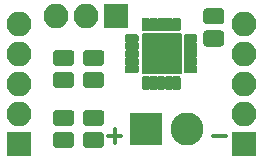
<source format=gbr>
G04 #@! TF.GenerationSoftware,KiCad,Pcbnew,5.0.0*
G04 #@! TF.CreationDate,2018-10-11T21:07:35-04:00*
G04 #@! TF.ProjectId,I2C_Thermocouple,4932435F546865726D6F636F75706C65,rev?*
G04 #@! TF.SameCoordinates,Original*
G04 #@! TF.FileFunction,Soldermask,Top*
G04 #@! TF.FilePolarity,Negative*
%FSLAX46Y46*%
G04 Gerber Fmt 4.6, Leading zero omitted, Abs format (unit mm)*
G04 Created by KiCad (PCBNEW 5.0.0) date Thu Oct 11 21:07:35 2018*
%MOMM*%
%LPD*%
G01*
G04 APERTURE LIST*
%ADD10C,0.300000*%
%ADD11C,0.150000*%
%ADD12C,0.100000*%
%ADD13C,0.700000*%
%ADD14O,2.100000X2.100000*%
%ADD15R,2.100000X2.100000*%
%ADD16C,1.375000*%
%ADD17R,2.800000X2.800000*%
%ADD18C,2.800000*%
G04 APERTURE END LIST*
D10*
X190436571Y-90785142D02*
X191579428Y-90785142D01*
X191008000Y-91356571D02*
X191008000Y-90213714D01*
X199326571Y-90785142D02*
X200469428Y-90785142D01*
D11*
G36*
X193421000Y-82169000D02*
X196596000Y-82169000D01*
X196596000Y-85471000D01*
X193421000Y-85471000D01*
X193421000Y-82169000D01*
G37*
X193421000Y-82169000D02*
X196596000Y-82169000D01*
X196596000Y-85471000D01*
X193421000Y-85471000D01*
X193421000Y-82169000D01*
D12*
G04 #@! TO.C,U1*
G36*
X192887153Y-84770843D02*
X192904141Y-84773363D01*
X192920800Y-84777535D01*
X192936970Y-84783321D01*
X192952494Y-84790664D01*
X192967225Y-84799493D01*
X192981019Y-84809723D01*
X192993744Y-84821256D01*
X193005277Y-84833981D01*
X193015507Y-84847775D01*
X193024336Y-84862506D01*
X193031679Y-84878030D01*
X193037465Y-84894200D01*
X193041637Y-84910859D01*
X193044157Y-84927847D01*
X193045000Y-84945000D01*
X193045000Y-85295000D01*
X193044157Y-85312153D01*
X193041637Y-85329141D01*
X193037465Y-85345800D01*
X193031679Y-85361970D01*
X193024336Y-85377494D01*
X193015507Y-85392225D01*
X193005277Y-85406019D01*
X192993744Y-85418744D01*
X192981019Y-85430277D01*
X192967225Y-85440507D01*
X192952494Y-85449336D01*
X192936970Y-85456679D01*
X192920800Y-85462465D01*
X192904141Y-85466637D01*
X192887153Y-85469157D01*
X192870000Y-85470000D01*
X192070000Y-85470000D01*
X192052847Y-85469157D01*
X192035859Y-85466637D01*
X192019200Y-85462465D01*
X192003030Y-85456679D01*
X191987506Y-85449336D01*
X191972775Y-85440507D01*
X191958981Y-85430277D01*
X191946256Y-85418744D01*
X191934723Y-85406019D01*
X191924493Y-85392225D01*
X191915664Y-85377494D01*
X191908321Y-85361970D01*
X191902535Y-85345800D01*
X191898363Y-85329141D01*
X191895843Y-85312153D01*
X191895000Y-85295000D01*
X191895000Y-84945000D01*
X191895843Y-84927847D01*
X191898363Y-84910859D01*
X191902535Y-84894200D01*
X191908321Y-84878030D01*
X191915664Y-84862506D01*
X191924493Y-84847775D01*
X191934723Y-84833981D01*
X191946256Y-84821256D01*
X191958981Y-84809723D01*
X191972775Y-84799493D01*
X191987506Y-84790664D01*
X192003030Y-84783321D01*
X192019200Y-84777535D01*
X192035859Y-84773363D01*
X192052847Y-84770843D01*
X192070000Y-84770000D01*
X192870000Y-84770000D01*
X192887153Y-84770843D01*
X192887153Y-84770843D01*
G37*
D13*
X192470000Y-85120000D03*
D12*
G36*
X192887153Y-84120843D02*
X192904141Y-84123363D01*
X192920800Y-84127535D01*
X192936970Y-84133321D01*
X192952494Y-84140664D01*
X192967225Y-84149493D01*
X192981019Y-84159723D01*
X192993744Y-84171256D01*
X193005277Y-84183981D01*
X193015507Y-84197775D01*
X193024336Y-84212506D01*
X193031679Y-84228030D01*
X193037465Y-84244200D01*
X193041637Y-84260859D01*
X193044157Y-84277847D01*
X193045000Y-84295000D01*
X193045000Y-84645000D01*
X193044157Y-84662153D01*
X193041637Y-84679141D01*
X193037465Y-84695800D01*
X193031679Y-84711970D01*
X193024336Y-84727494D01*
X193015507Y-84742225D01*
X193005277Y-84756019D01*
X192993744Y-84768744D01*
X192981019Y-84780277D01*
X192967225Y-84790507D01*
X192952494Y-84799336D01*
X192936970Y-84806679D01*
X192920800Y-84812465D01*
X192904141Y-84816637D01*
X192887153Y-84819157D01*
X192870000Y-84820000D01*
X192070000Y-84820000D01*
X192052847Y-84819157D01*
X192035859Y-84816637D01*
X192019200Y-84812465D01*
X192003030Y-84806679D01*
X191987506Y-84799336D01*
X191972775Y-84790507D01*
X191958981Y-84780277D01*
X191946256Y-84768744D01*
X191934723Y-84756019D01*
X191924493Y-84742225D01*
X191915664Y-84727494D01*
X191908321Y-84711970D01*
X191902535Y-84695800D01*
X191898363Y-84679141D01*
X191895843Y-84662153D01*
X191895000Y-84645000D01*
X191895000Y-84295000D01*
X191895843Y-84277847D01*
X191898363Y-84260859D01*
X191902535Y-84244200D01*
X191908321Y-84228030D01*
X191915664Y-84212506D01*
X191924493Y-84197775D01*
X191934723Y-84183981D01*
X191946256Y-84171256D01*
X191958981Y-84159723D01*
X191972775Y-84149493D01*
X191987506Y-84140664D01*
X192003030Y-84133321D01*
X192019200Y-84127535D01*
X192035859Y-84123363D01*
X192052847Y-84120843D01*
X192070000Y-84120000D01*
X192870000Y-84120000D01*
X192887153Y-84120843D01*
X192887153Y-84120843D01*
G37*
D13*
X192470000Y-84470000D03*
D12*
G36*
X192887153Y-83470843D02*
X192904141Y-83473363D01*
X192920800Y-83477535D01*
X192936970Y-83483321D01*
X192952494Y-83490664D01*
X192967225Y-83499493D01*
X192981019Y-83509723D01*
X192993744Y-83521256D01*
X193005277Y-83533981D01*
X193015507Y-83547775D01*
X193024336Y-83562506D01*
X193031679Y-83578030D01*
X193037465Y-83594200D01*
X193041637Y-83610859D01*
X193044157Y-83627847D01*
X193045000Y-83645000D01*
X193045000Y-83995000D01*
X193044157Y-84012153D01*
X193041637Y-84029141D01*
X193037465Y-84045800D01*
X193031679Y-84061970D01*
X193024336Y-84077494D01*
X193015507Y-84092225D01*
X193005277Y-84106019D01*
X192993744Y-84118744D01*
X192981019Y-84130277D01*
X192967225Y-84140507D01*
X192952494Y-84149336D01*
X192936970Y-84156679D01*
X192920800Y-84162465D01*
X192904141Y-84166637D01*
X192887153Y-84169157D01*
X192870000Y-84170000D01*
X192070000Y-84170000D01*
X192052847Y-84169157D01*
X192035859Y-84166637D01*
X192019200Y-84162465D01*
X192003030Y-84156679D01*
X191987506Y-84149336D01*
X191972775Y-84140507D01*
X191958981Y-84130277D01*
X191946256Y-84118744D01*
X191934723Y-84106019D01*
X191924493Y-84092225D01*
X191915664Y-84077494D01*
X191908321Y-84061970D01*
X191902535Y-84045800D01*
X191898363Y-84029141D01*
X191895843Y-84012153D01*
X191895000Y-83995000D01*
X191895000Y-83645000D01*
X191895843Y-83627847D01*
X191898363Y-83610859D01*
X191902535Y-83594200D01*
X191908321Y-83578030D01*
X191915664Y-83562506D01*
X191924493Y-83547775D01*
X191934723Y-83533981D01*
X191946256Y-83521256D01*
X191958981Y-83509723D01*
X191972775Y-83499493D01*
X191987506Y-83490664D01*
X192003030Y-83483321D01*
X192019200Y-83477535D01*
X192035859Y-83473363D01*
X192052847Y-83470843D01*
X192070000Y-83470000D01*
X192870000Y-83470000D01*
X192887153Y-83470843D01*
X192887153Y-83470843D01*
G37*
D13*
X192470000Y-83820000D03*
D12*
G36*
X192887153Y-82820843D02*
X192904141Y-82823363D01*
X192920800Y-82827535D01*
X192936970Y-82833321D01*
X192952494Y-82840664D01*
X192967225Y-82849493D01*
X192981019Y-82859723D01*
X192993744Y-82871256D01*
X193005277Y-82883981D01*
X193015507Y-82897775D01*
X193024336Y-82912506D01*
X193031679Y-82928030D01*
X193037465Y-82944200D01*
X193041637Y-82960859D01*
X193044157Y-82977847D01*
X193045000Y-82995000D01*
X193045000Y-83345000D01*
X193044157Y-83362153D01*
X193041637Y-83379141D01*
X193037465Y-83395800D01*
X193031679Y-83411970D01*
X193024336Y-83427494D01*
X193015507Y-83442225D01*
X193005277Y-83456019D01*
X192993744Y-83468744D01*
X192981019Y-83480277D01*
X192967225Y-83490507D01*
X192952494Y-83499336D01*
X192936970Y-83506679D01*
X192920800Y-83512465D01*
X192904141Y-83516637D01*
X192887153Y-83519157D01*
X192870000Y-83520000D01*
X192070000Y-83520000D01*
X192052847Y-83519157D01*
X192035859Y-83516637D01*
X192019200Y-83512465D01*
X192003030Y-83506679D01*
X191987506Y-83499336D01*
X191972775Y-83490507D01*
X191958981Y-83480277D01*
X191946256Y-83468744D01*
X191934723Y-83456019D01*
X191924493Y-83442225D01*
X191915664Y-83427494D01*
X191908321Y-83411970D01*
X191902535Y-83395800D01*
X191898363Y-83379141D01*
X191895843Y-83362153D01*
X191895000Y-83345000D01*
X191895000Y-82995000D01*
X191895843Y-82977847D01*
X191898363Y-82960859D01*
X191902535Y-82944200D01*
X191908321Y-82928030D01*
X191915664Y-82912506D01*
X191924493Y-82897775D01*
X191934723Y-82883981D01*
X191946256Y-82871256D01*
X191958981Y-82859723D01*
X191972775Y-82849493D01*
X191987506Y-82840664D01*
X192003030Y-82833321D01*
X192019200Y-82827535D01*
X192035859Y-82823363D01*
X192052847Y-82820843D01*
X192070000Y-82820000D01*
X192870000Y-82820000D01*
X192887153Y-82820843D01*
X192887153Y-82820843D01*
G37*
D13*
X192470000Y-83170000D03*
D12*
G36*
X192887153Y-82170843D02*
X192904141Y-82173363D01*
X192920800Y-82177535D01*
X192936970Y-82183321D01*
X192952494Y-82190664D01*
X192967225Y-82199493D01*
X192981019Y-82209723D01*
X192993744Y-82221256D01*
X193005277Y-82233981D01*
X193015507Y-82247775D01*
X193024336Y-82262506D01*
X193031679Y-82278030D01*
X193037465Y-82294200D01*
X193041637Y-82310859D01*
X193044157Y-82327847D01*
X193045000Y-82345000D01*
X193045000Y-82695000D01*
X193044157Y-82712153D01*
X193041637Y-82729141D01*
X193037465Y-82745800D01*
X193031679Y-82761970D01*
X193024336Y-82777494D01*
X193015507Y-82792225D01*
X193005277Y-82806019D01*
X192993744Y-82818744D01*
X192981019Y-82830277D01*
X192967225Y-82840507D01*
X192952494Y-82849336D01*
X192936970Y-82856679D01*
X192920800Y-82862465D01*
X192904141Y-82866637D01*
X192887153Y-82869157D01*
X192870000Y-82870000D01*
X192070000Y-82870000D01*
X192052847Y-82869157D01*
X192035859Y-82866637D01*
X192019200Y-82862465D01*
X192003030Y-82856679D01*
X191987506Y-82849336D01*
X191972775Y-82840507D01*
X191958981Y-82830277D01*
X191946256Y-82818744D01*
X191934723Y-82806019D01*
X191924493Y-82792225D01*
X191915664Y-82777494D01*
X191908321Y-82761970D01*
X191902535Y-82745800D01*
X191898363Y-82729141D01*
X191895843Y-82712153D01*
X191895000Y-82695000D01*
X191895000Y-82345000D01*
X191895843Y-82327847D01*
X191898363Y-82310859D01*
X191902535Y-82294200D01*
X191908321Y-82278030D01*
X191915664Y-82262506D01*
X191924493Y-82247775D01*
X191934723Y-82233981D01*
X191946256Y-82221256D01*
X191958981Y-82209723D01*
X191972775Y-82199493D01*
X191987506Y-82190664D01*
X192003030Y-82183321D01*
X192019200Y-82177535D01*
X192035859Y-82173363D01*
X192052847Y-82170843D01*
X192070000Y-82170000D01*
X192870000Y-82170000D01*
X192887153Y-82170843D01*
X192887153Y-82170843D01*
G37*
D13*
X192470000Y-82520000D03*
D12*
G36*
X193837153Y-80770843D02*
X193854141Y-80773363D01*
X193870800Y-80777535D01*
X193886970Y-80783321D01*
X193902494Y-80790664D01*
X193917225Y-80799493D01*
X193931019Y-80809723D01*
X193943744Y-80821256D01*
X193955277Y-80833981D01*
X193965507Y-80847775D01*
X193974336Y-80862506D01*
X193981679Y-80878030D01*
X193987465Y-80894200D01*
X193991637Y-80910859D01*
X193994157Y-80927847D01*
X193995000Y-80945000D01*
X193995000Y-81745000D01*
X193994157Y-81762153D01*
X193991637Y-81779141D01*
X193987465Y-81795800D01*
X193981679Y-81811970D01*
X193974336Y-81827494D01*
X193965507Y-81842225D01*
X193955277Y-81856019D01*
X193943744Y-81868744D01*
X193931019Y-81880277D01*
X193917225Y-81890507D01*
X193902494Y-81899336D01*
X193886970Y-81906679D01*
X193870800Y-81912465D01*
X193854141Y-81916637D01*
X193837153Y-81919157D01*
X193820000Y-81920000D01*
X193470000Y-81920000D01*
X193452847Y-81919157D01*
X193435859Y-81916637D01*
X193419200Y-81912465D01*
X193403030Y-81906679D01*
X193387506Y-81899336D01*
X193372775Y-81890507D01*
X193358981Y-81880277D01*
X193346256Y-81868744D01*
X193334723Y-81856019D01*
X193324493Y-81842225D01*
X193315664Y-81827494D01*
X193308321Y-81811970D01*
X193302535Y-81795800D01*
X193298363Y-81779141D01*
X193295843Y-81762153D01*
X193295000Y-81745000D01*
X193295000Y-80945000D01*
X193295843Y-80927847D01*
X193298363Y-80910859D01*
X193302535Y-80894200D01*
X193308321Y-80878030D01*
X193315664Y-80862506D01*
X193324493Y-80847775D01*
X193334723Y-80833981D01*
X193346256Y-80821256D01*
X193358981Y-80809723D01*
X193372775Y-80799493D01*
X193387506Y-80790664D01*
X193403030Y-80783321D01*
X193419200Y-80777535D01*
X193435859Y-80773363D01*
X193452847Y-80770843D01*
X193470000Y-80770000D01*
X193820000Y-80770000D01*
X193837153Y-80770843D01*
X193837153Y-80770843D01*
G37*
D13*
X193645000Y-81345000D03*
D12*
G36*
X194487153Y-80770843D02*
X194504141Y-80773363D01*
X194520800Y-80777535D01*
X194536970Y-80783321D01*
X194552494Y-80790664D01*
X194567225Y-80799493D01*
X194581019Y-80809723D01*
X194593744Y-80821256D01*
X194605277Y-80833981D01*
X194615507Y-80847775D01*
X194624336Y-80862506D01*
X194631679Y-80878030D01*
X194637465Y-80894200D01*
X194641637Y-80910859D01*
X194644157Y-80927847D01*
X194645000Y-80945000D01*
X194645000Y-81745000D01*
X194644157Y-81762153D01*
X194641637Y-81779141D01*
X194637465Y-81795800D01*
X194631679Y-81811970D01*
X194624336Y-81827494D01*
X194615507Y-81842225D01*
X194605277Y-81856019D01*
X194593744Y-81868744D01*
X194581019Y-81880277D01*
X194567225Y-81890507D01*
X194552494Y-81899336D01*
X194536970Y-81906679D01*
X194520800Y-81912465D01*
X194504141Y-81916637D01*
X194487153Y-81919157D01*
X194470000Y-81920000D01*
X194120000Y-81920000D01*
X194102847Y-81919157D01*
X194085859Y-81916637D01*
X194069200Y-81912465D01*
X194053030Y-81906679D01*
X194037506Y-81899336D01*
X194022775Y-81890507D01*
X194008981Y-81880277D01*
X193996256Y-81868744D01*
X193984723Y-81856019D01*
X193974493Y-81842225D01*
X193965664Y-81827494D01*
X193958321Y-81811970D01*
X193952535Y-81795800D01*
X193948363Y-81779141D01*
X193945843Y-81762153D01*
X193945000Y-81745000D01*
X193945000Y-80945000D01*
X193945843Y-80927847D01*
X193948363Y-80910859D01*
X193952535Y-80894200D01*
X193958321Y-80878030D01*
X193965664Y-80862506D01*
X193974493Y-80847775D01*
X193984723Y-80833981D01*
X193996256Y-80821256D01*
X194008981Y-80809723D01*
X194022775Y-80799493D01*
X194037506Y-80790664D01*
X194053030Y-80783321D01*
X194069200Y-80777535D01*
X194085859Y-80773363D01*
X194102847Y-80770843D01*
X194120000Y-80770000D01*
X194470000Y-80770000D01*
X194487153Y-80770843D01*
X194487153Y-80770843D01*
G37*
D13*
X194295000Y-81345000D03*
D12*
G36*
X195137153Y-80770843D02*
X195154141Y-80773363D01*
X195170800Y-80777535D01*
X195186970Y-80783321D01*
X195202494Y-80790664D01*
X195217225Y-80799493D01*
X195231019Y-80809723D01*
X195243744Y-80821256D01*
X195255277Y-80833981D01*
X195265507Y-80847775D01*
X195274336Y-80862506D01*
X195281679Y-80878030D01*
X195287465Y-80894200D01*
X195291637Y-80910859D01*
X195294157Y-80927847D01*
X195295000Y-80945000D01*
X195295000Y-81745000D01*
X195294157Y-81762153D01*
X195291637Y-81779141D01*
X195287465Y-81795800D01*
X195281679Y-81811970D01*
X195274336Y-81827494D01*
X195265507Y-81842225D01*
X195255277Y-81856019D01*
X195243744Y-81868744D01*
X195231019Y-81880277D01*
X195217225Y-81890507D01*
X195202494Y-81899336D01*
X195186970Y-81906679D01*
X195170800Y-81912465D01*
X195154141Y-81916637D01*
X195137153Y-81919157D01*
X195120000Y-81920000D01*
X194770000Y-81920000D01*
X194752847Y-81919157D01*
X194735859Y-81916637D01*
X194719200Y-81912465D01*
X194703030Y-81906679D01*
X194687506Y-81899336D01*
X194672775Y-81890507D01*
X194658981Y-81880277D01*
X194646256Y-81868744D01*
X194634723Y-81856019D01*
X194624493Y-81842225D01*
X194615664Y-81827494D01*
X194608321Y-81811970D01*
X194602535Y-81795800D01*
X194598363Y-81779141D01*
X194595843Y-81762153D01*
X194595000Y-81745000D01*
X194595000Y-80945000D01*
X194595843Y-80927847D01*
X194598363Y-80910859D01*
X194602535Y-80894200D01*
X194608321Y-80878030D01*
X194615664Y-80862506D01*
X194624493Y-80847775D01*
X194634723Y-80833981D01*
X194646256Y-80821256D01*
X194658981Y-80809723D01*
X194672775Y-80799493D01*
X194687506Y-80790664D01*
X194703030Y-80783321D01*
X194719200Y-80777535D01*
X194735859Y-80773363D01*
X194752847Y-80770843D01*
X194770000Y-80770000D01*
X195120000Y-80770000D01*
X195137153Y-80770843D01*
X195137153Y-80770843D01*
G37*
D13*
X194945000Y-81345000D03*
D12*
G36*
X195787153Y-80770843D02*
X195804141Y-80773363D01*
X195820800Y-80777535D01*
X195836970Y-80783321D01*
X195852494Y-80790664D01*
X195867225Y-80799493D01*
X195881019Y-80809723D01*
X195893744Y-80821256D01*
X195905277Y-80833981D01*
X195915507Y-80847775D01*
X195924336Y-80862506D01*
X195931679Y-80878030D01*
X195937465Y-80894200D01*
X195941637Y-80910859D01*
X195944157Y-80927847D01*
X195945000Y-80945000D01*
X195945000Y-81745000D01*
X195944157Y-81762153D01*
X195941637Y-81779141D01*
X195937465Y-81795800D01*
X195931679Y-81811970D01*
X195924336Y-81827494D01*
X195915507Y-81842225D01*
X195905277Y-81856019D01*
X195893744Y-81868744D01*
X195881019Y-81880277D01*
X195867225Y-81890507D01*
X195852494Y-81899336D01*
X195836970Y-81906679D01*
X195820800Y-81912465D01*
X195804141Y-81916637D01*
X195787153Y-81919157D01*
X195770000Y-81920000D01*
X195420000Y-81920000D01*
X195402847Y-81919157D01*
X195385859Y-81916637D01*
X195369200Y-81912465D01*
X195353030Y-81906679D01*
X195337506Y-81899336D01*
X195322775Y-81890507D01*
X195308981Y-81880277D01*
X195296256Y-81868744D01*
X195284723Y-81856019D01*
X195274493Y-81842225D01*
X195265664Y-81827494D01*
X195258321Y-81811970D01*
X195252535Y-81795800D01*
X195248363Y-81779141D01*
X195245843Y-81762153D01*
X195245000Y-81745000D01*
X195245000Y-80945000D01*
X195245843Y-80927847D01*
X195248363Y-80910859D01*
X195252535Y-80894200D01*
X195258321Y-80878030D01*
X195265664Y-80862506D01*
X195274493Y-80847775D01*
X195284723Y-80833981D01*
X195296256Y-80821256D01*
X195308981Y-80809723D01*
X195322775Y-80799493D01*
X195337506Y-80790664D01*
X195353030Y-80783321D01*
X195369200Y-80777535D01*
X195385859Y-80773363D01*
X195402847Y-80770843D01*
X195420000Y-80770000D01*
X195770000Y-80770000D01*
X195787153Y-80770843D01*
X195787153Y-80770843D01*
G37*
D13*
X195595000Y-81345000D03*
D12*
G36*
X196437153Y-80770843D02*
X196454141Y-80773363D01*
X196470800Y-80777535D01*
X196486970Y-80783321D01*
X196502494Y-80790664D01*
X196517225Y-80799493D01*
X196531019Y-80809723D01*
X196543744Y-80821256D01*
X196555277Y-80833981D01*
X196565507Y-80847775D01*
X196574336Y-80862506D01*
X196581679Y-80878030D01*
X196587465Y-80894200D01*
X196591637Y-80910859D01*
X196594157Y-80927847D01*
X196595000Y-80945000D01*
X196595000Y-81745000D01*
X196594157Y-81762153D01*
X196591637Y-81779141D01*
X196587465Y-81795800D01*
X196581679Y-81811970D01*
X196574336Y-81827494D01*
X196565507Y-81842225D01*
X196555277Y-81856019D01*
X196543744Y-81868744D01*
X196531019Y-81880277D01*
X196517225Y-81890507D01*
X196502494Y-81899336D01*
X196486970Y-81906679D01*
X196470800Y-81912465D01*
X196454141Y-81916637D01*
X196437153Y-81919157D01*
X196420000Y-81920000D01*
X196070000Y-81920000D01*
X196052847Y-81919157D01*
X196035859Y-81916637D01*
X196019200Y-81912465D01*
X196003030Y-81906679D01*
X195987506Y-81899336D01*
X195972775Y-81890507D01*
X195958981Y-81880277D01*
X195946256Y-81868744D01*
X195934723Y-81856019D01*
X195924493Y-81842225D01*
X195915664Y-81827494D01*
X195908321Y-81811970D01*
X195902535Y-81795800D01*
X195898363Y-81779141D01*
X195895843Y-81762153D01*
X195895000Y-81745000D01*
X195895000Y-80945000D01*
X195895843Y-80927847D01*
X195898363Y-80910859D01*
X195902535Y-80894200D01*
X195908321Y-80878030D01*
X195915664Y-80862506D01*
X195924493Y-80847775D01*
X195934723Y-80833981D01*
X195946256Y-80821256D01*
X195958981Y-80809723D01*
X195972775Y-80799493D01*
X195987506Y-80790664D01*
X196003030Y-80783321D01*
X196019200Y-80777535D01*
X196035859Y-80773363D01*
X196052847Y-80770843D01*
X196070000Y-80770000D01*
X196420000Y-80770000D01*
X196437153Y-80770843D01*
X196437153Y-80770843D01*
G37*
D13*
X196245000Y-81345000D03*
D12*
G36*
X197837153Y-82170843D02*
X197854141Y-82173363D01*
X197870800Y-82177535D01*
X197886970Y-82183321D01*
X197902494Y-82190664D01*
X197917225Y-82199493D01*
X197931019Y-82209723D01*
X197943744Y-82221256D01*
X197955277Y-82233981D01*
X197965507Y-82247775D01*
X197974336Y-82262506D01*
X197981679Y-82278030D01*
X197987465Y-82294200D01*
X197991637Y-82310859D01*
X197994157Y-82327847D01*
X197995000Y-82345000D01*
X197995000Y-82695000D01*
X197994157Y-82712153D01*
X197991637Y-82729141D01*
X197987465Y-82745800D01*
X197981679Y-82761970D01*
X197974336Y-82777494D01*
X197965507Y-82792225D01*
X197955277Y-82806019D01*
X197943744Y-82818744D01*
X197931019Y-82830277D01*
X197917225Y-82840507D01*
X197902494Y-82849336D01*
X197886970Y-82856679D01*
X197870800Y-82862465D01*
X197854141Y-82866637D01*
X197837153Y-82869157D01*
X197820000Y-82870000D01*
X197020000Y-82870000D01*
X197002847Y-82869157D01*
X196985859Y-82866637D01*
X196969200Y-82862465D01*
X196953030Y-82856679D01*
X196937506Y-82849336D01*
X196922775Y-82840507D01*
X196908981Y-82830277D01*
X196896256Y-82818744D01*
X196884723Y-82806019D01*
X196874493Y-82792225D01*
X196865664Y-82777494D01*
X196858321Y-82761970D01*
X196852535Y-82745800D01*
X196848363Y-82729141D01*
X196845843Y-82712153D01*
X196845000Y-82695000D01*
X196845000Y-82345000D01*
X196845843Y-82327847D01*
X196848363Y-82310859D01*
X196852535Y-82294200D01*
X196858321Y-82278030D01*
X196865664Y-82262506D01*
X196874493Y-82247775D01*
X196884723Y-82233981D01*
X196896256Y-82221256D01*
X196908981Y-82209723D01*
X196922775Y-82199493D01*
X196937506Y-82190664D01*
X196953030Y-82183321D01*
X196969200Y-82177535D01*
X196985859Y-82173363D01*
X197002847Y-82170843D01*
X197020000Y-82170000D01*
X197820000Y-82170000D01*
X197837153Y-82170843D01*
X197837153Y-82170843D01*
G37*
D13*
X197420000Y-82520000D03*
D12*
G36*
X197837153Y-82820843D02*
X197854141Y-82823363D01*
X197870800Y-82827535D01*
X197886970Y-82833321D01*
X197902494Y-82840664D01*
X197917225Y-82849493D01*
X197931019Y-82859723D01*
X197943744Y-82871256D01*
X197955277Y-82883981D01*
X197965507Y-82897775D01*
X197974336Y-82912506D01*
X197981679Y-82928030D01*
X197987465Y-82944200D01*
X197991637Y-82960859D01*
X197994157Y-82977847D01*
X197995000Y-82995000D01*
X197995000Y-83345000D01*
X197994157Y-83362153D01*
X197991637Y-83379141D01*
X197987465Y-83395800D01*
X197981679Y-83411970D01*
X197974336Y-83427494D01*
X197965507Y-83442225D01*
X197955277Y-83456019D01*
X197943744Y-83468744D01*
X197931019Y-83480277D01*
X197917225Y-83490507D01*
X197902494Y-83499336D01*
X197886970Y-83506679D01*
X197870800Y-83512465D01*
X197854141Y-83516637D01*
X197837153Y-83519157D01*
X197820000Y-83520000D01*
X197020000Y-83520000D01*
X197002847Y-83519157D01*
X196985859Y-83516637D01*
X196969200Y-83512465D01*
X196953030Y-83506679D01*
X196937506Y-83499336D01*
X196922775Y-83490507D01*
X196908981Y-83480277D01*
X196896256Y-83468744D01*
X196884723Y-83456019D01*
X196874493Y-83442225D01*
X196865664Y-83427494D01*
X196858321Y-83411970D01*
X196852535Y-83395800D01*
X196848363Y-83379141D01*
X196845843Y-83362153D01*
X196845000Y-83345000D01*
X196845000Y-82995000D01*
X196845843Y-82977847D01*
X196848363Y-82960859D01*
X196852535Y-82944200D01*
X196858321Y-82928030D01*
X196865664Y-82912506D01*
X196874493Y-82897775D01*
X196884723Y-82883981D01*
X196896256Y-82871256D01*
X196908981Y-82859723D01*
X196922775Y-82849493D01*
X196937506Y-82840664D01*
X196953030Y-82833321D01*
X196969200Y-82827535D01*
X196985859Y-82823363D01*
X197002847Y-82820843D01*
X197020000Y-82820000D01*
X197820000Y-82820000D01*
X197837153Y-82820843D01*
X197837153Y-82820843D01*
G37*
D13*
X197420000Y-83170000D03*
D12*
G36*
X197837153Y-83470843D02*
X197854141Y-83473363D01*
X197870800Y-83477535D01*
X197886970Y-83483321D01*
X197902494Y-83490664D01*
X197917225Y-83499493D01*
X197931019Y-83509723D01*
X197943744Y-83521256D01*
X197955277Y-83533981D01*
X197965507Y-83547775D01*
X197974336Y-83562506D01*
X197981679Y-83578030D01*
X197987465Y-83594200D01*
X197991637Y-83610859D01*
X197994157Y-83627847D01*
X197995000Y-83645000D01*
X197995000Y-83995000D01*
X197994157Y-84012153D01*
X197991637Y-84029141D01*
X197987465Y-84045800D01*
X197981679Y-84061970D01*
X197974336Y-84077494D01*
X197965507Y-84092225D01*
X197955277Y-84106019D01*
X197943744Y-84118744D01*
X197931019Y-84130277D01*
X197917225Y-84140507D01*
X197902494Y-84149336D01*
X197886970Y-84156679D01*
X197870800Y-84162465D01*
X197854141Y-84166637D01*
X197837153Y-84169157D01*
X197820000Y-84170000D01*
X197020000Y-84170000D01*
X197002847Y-84169157D01*
X196985859Y-84166637D01*
X196969200Y-84162465D01*
X196953030Y-84156679D01*
X196937506Y-84149336D01*
X196922775Y-84140507D01*
X196908981Y-84130277D01*
X196896256Y-84118744D01*
X196884723Y-84106019D01*
X196874493Y-84092225D01*
X196865664Y-84077494D01*
X196858321Y-84061970D01*
X196852535Y-84045800D01*
X196848363Y-84029141D01*
X196845843Y-84012153D01*
X196845000Y-83995000D01*
X196845000Y-83645000D01*
X196845843Y-83627847D01*
X196848363Y-83610859D01*
X196852535Y-83594200D01*
X196858321Y-83578030D01*
X196865664Y-83562506D01*
X196874493Y-83547775D01*
X196884723Y-83533981D01*
X196896256Y-83521256D01*
X196908981Y-83509723D01*
X196922775Y-83499493D01*
X196937506Y-83490664D01*
X196953030Y-83483321D01*
X196969200Y-83477535D01*
X196985859Y-83473363D01*
X197002847Y-83470843D01*
X197020000Y-83470000D01*
X197820000Y-83470000D01*
X197837153Y-83470843D01*
X197837153Y-83470843D01*
G37*
D13*
X197420000Y-83820000D03*
D12*
G36*
X197837153Y-84120843D02*
X197854141Y-84123363D01*
X197870800Y-84127535D01*
X197886970Y-84133321D01*
X197902494Y-84140664D01*
X197917225Y-84149493D01*
X197931019Y-84159723D01*
X197943744Y-84171256D01*
X197955277Y-84183981D01*
X197965507Y-84197775D01*
X197974336Y-84212506D01*
X197981679Y-84228030D01*
X197987465Y-84244200D01*
X197991637Y-84260859D01*
X197994157Y-84277847D01*
X197995000Y-84295000D01*
X197995000Y-84645000D01*
X197994157Y-84662153D01*
X197991637Y-84679141D01*
X197987465Y-84695800D01*
X197981679Y-84711970D01*
X197974336Y-84727494D01*
X197965507Y-84742225D01*
X197955277Y-84756019D01*
X197943744Y-84768744D01*
X197931019Y-84780277D01*
X197917225Y-84790507D01*
X197902494Y-84799336D01*
X197886970Y-84806679D01*
X197870800Y-84812465D01*
X197854141Y-84816637D01*
X197837153Y-84819157D01*
X197820000Y-84820000D01*
X197020000Y-84820000D01*
X197002847Y-84819157D01*
X196985859Y-84816637D01*
X196969200Y-84812465D01*
X196953030Y-84806679D01*
X196937506Y-84799336D01*
X196922775Y-84790507D01*
X196908981Y-84780277D01*
X196896256Y-84768744D01*
X196884723Y-84756019D01*
X196874493Y-84742225D01*
X196865664Y-84727494D01*
X196858321Y-84711970D01*
X196852535Y-84695800D01*
X196848363Y-84679141D01*
X196845843Y-84662153D01*
X196845000Y-84645000D01*
X196845000Y-84295000D01*
X196845843Y-84277847D01*
X196848363Y-84260859D01*
X196852535Y-84244200D01*
X196858321Y-84228030D01*
X196865664Y-84212506D01*
X196874493Y-84197775D01*
X196884723Y-84183981D01*
X196896256Y-84171256D01*
X196908981Y-84159723D01*
X196922775Y-84149493D01*
X196937506Y-84140664D01*
X196953030Y-84133321D01*
X196969200Y-84127535D01*
X196985859Y-84123363D01*
X197002847Y-84120843D01*
X197020000Y-84120000D01*
X197820000Y-84120000D01*
X197837153Y-84120843D01*
X197837153Y-84120843D01*
G37*
D13*
X197420000Y-84470000D03*
D12*
G36*
X197837153Y-84770843D02*
X197854141Y-84773363D01*
X197870800Y-84777535D01*
X197886970Y-84783321D01*
X197902494Y-84790664D01*
X197917225Y-84799493D01*
X197931019Y-84809723D01*
X197943744Y-84821256D01*
X197955277Y-84833981D01*
X197965507Y-84847775D01*
X197974336Y-84862506D01*
X197981679Y-84878030D01*
X197987465Y-84894200D01*
X197991637Y-84910859D01*
X197994157Y-84927847D01*
X197995000Y-84945000D01*
X197995000Y-85295000D01*
X197994157Y-85312153D01*
X197991637Y-85329141D01*
X197987465Y-85345800D01*
X197981679Y-85361970D01*
X197974336Y-85377494D01*
X197965507Y-85392225D01*
X197955277Y-85406019D01*
X197943744Y-85418744D01*
X197931019Y-85430277D01*
X197917225Y-85440507D01*
X197902494Y-85449336D01*
X197886970Y-85456679D01*
X197870800Y-85462465D01*
X197854141Y-85466637D01*
X197837153Y-85469157D01*
X197820000Y-85470000D01*
X197020000Y-85470000D01*
X197002847Y-85469157D01*
X196985859Y-85466637D01*
X196969200Y-85462465D01*
X196953030Y-85456679D01*
X196937506Y-85449336D01*
X196922775Y-85440507D01*
X196908981Y-85430277D01*
X196896256Y-85418744D01*
X196884723Y-85406019D01*
X196874493Y-85392225D01*
X196865664Y-85377494D01*
X196858321Y-85361970D01*
X196852535Y-85345800D01*
X196848363Y-85329141D01*
X196845843Y-85312153D01*
X196845000Y-85295000D01*
X196845000Y-84945000D01*
X196845843Y-84927847D01*
X196848363Y-84910859D01*
X196852535Y-84894200D01*
X196858321Y-84878030D01*
X196865664Y-84862506D01*
X196874493Y-84847775D01*
X196884723Y-84833981D01*
X196896256Y-84821256D01*
X196908981Y-84809723D01*
X196922775Y-84799493D01*
X196937506Y-84790664D01*
X196953030Y-84783321D01*
X196969200Y-84777535D01*
X196985859Y-84773363D01*
X197002847Y-84770843D01*
X197020000Y-84770000D01*
X197820000Y-84770000D01*
X197837153Y-84770843D01*
X197837153Y-84770843D01*
G37*
D13*
X197420000Y-85120000D03*
D12*
G36*
X196437153Y-85720843D02*
X196454141Y-85723363D01*
X196470800Y-85727535D01*
X196486970Y-85733321D01*
X196502494Y-85740664D01*
X196517225Y-85749493D01*
X196531019Y-85759723D01*
X196543744Y-85771256D01*
X196555277Y-85783981D01*
X196565507Y-85797775D01*
X196574336Y-85812506D01*
X196581679Y-85828030D01*
X196587465Y-85844200D01*
X196591637Y-85860859D01*
X196594157Y-85877847D01*
X196595000Y-85895000D01*
X196595000Y-86695000D01*
X196594157Y-86712153D01*
X196591637Y-86729141D01*
X196587465Y-86745800D01*
X196581679Y-86761970D01*
X196574336Y-86777494D01*
X196565507Y-86792225D01*
X196555277Y-86806019D01*
X196543744Y-86818744D01*
X196531019Y-86830277D01*
X196517225Y-86840507D01*
X196502494Y-86849336D01*
X196486970Y-86856679D01*
X196470800Y-86862465D01*
X196454141Y-86866637D01*
X196437153Y-86869157D01*
X196420000Y-86870000D01*
X196070000Y-86870000D01*
X196052847Y-86869157D01*
X196035859Y-86866637D01*
X196019200Y-86862465D01*
X196003030Y-86856679D01*
X195987506Y-86849336D01*
X195972775Y-86840507D01*
X195958981Y-86830277D01*
X195946256Y-86818744D01*
X195934723Y-86806019D01*
X195924493Y-86792225D01*
X195915664Y-86777494D01*
X195908321Y-86761970D01*
X195902535Y-86745800D01*
X195898363Y-86729141D01*
X195895843Y-86712153D01*
X195895000Y-86695000D01*
X195895000Y-85895000D01*
X195895843Y-85877847D01*
X195898363Y-85860859D01*
X195902535Y-85844200D01*
X195908321Y-85828030D01*
X195915664Y-85812506D01*
X195924493Y-85797775D01*
X195934723Y-85783981D01*
X195946256Y-85771256D01*
X195958981Y-85759723D01*
X195972775Y-85749493D01*
X195987506Y-85740664D01*
X196003030Y-85733321D01*
X196019200Y-85727535D01*
X196035859Y-85723363D01*
X196052847Y-85720843D01*
X196070000Y-85720000D01*
X196420000Y-85720000D01*
X196437153Y-85720843D01*
X196437153Y-85720843D01*
G37*
D13*
X196245000Y-86295000D03*
D12*
G36*
X195787153Y-85720843D02*
X195804141Y-85723363D01*
X195820800Y-85727535D01*
X195836970Y-85733321D01*
X195852494Y-85740664D01*
X195867225Y-85749493D01*
X195881019Y-85759723D01*
X195893744Y-85771256D01*
X195905277Y-85783981D01*
X195915507Y-85797775D01*
X195924336Y-85812506D01*
X195931679Y-85828030D01*
X195937465Y-85844200D01*
X195941637Y-85860859D01*
X195944157Y-85877847D01*
X195945000Y-85895000D01*
X195945000Y-86695000D01*
X195944157Y-86712153D01*
X195941637Y-86729141D01*
X195937465Y-86745800D01*
X195931679Y-86761970D01*
X195924336Y-86777494D01*
X195915507Y-86792225D01*
X195905277Y-86806019D01*
X195893744Y-86818744D01*
X195881019Y-86830277D01*
X195867225Y-86840507D01*
X195852494Y-86849336D01*
X195836970Y-86856679D01*
X195820800Y-86862465D01*
X195804141Y-86866637D01*
X195787153Y-86869157D01*
X195770000Y-86870000D01*
X195420000Y-86870000D01*
X195402847Y-86869157D01*
X195385859Y-86866637D01*
X195369200Y-86862465D01*
X195353030Y-86856679D01*
X195337506Y-86849336D01*
X195322775Y-86840507D01*
X195308981Y-86830277D01*
X195296256Y-86818744D01*
X195284723Y-86806019D01*
X195274493Y-86792225D01*
X195265664Y-86777494D01*
X195258321Y-86761970D01*
X195252535Y-86745800D01*
X195248363Y-86729141D01*
X195245843Y-86712153D01*
X195245000Y-86695000D01*
X195245000Y-85895000D01*
X195245843Y-85877847D01*
X195248363Y-85860859D01*
X195252535Y-85844200D01*
X195258321Y-85828030D01*
X195265664Y-85812506D01*
X195274493Y-85797775D01*
X195284723Y-85783981D01*
X195296256Y-85771256D01*
X195308981Y-85759723D01*
X195322775Y-85749493D01*
X195337506Y-85740664D01*
X195353030Y-85733321D01*
X195369200Y-85727535D01*
X195385859Y-85723363D01*
X195402847Y-85720843D01*
X195420000Y-85720000D01*
X195770000Y-85720000D01*
X195787153Y-85720843D01*
X195787153Y-85720843D01*
G37*
D13*
X195595000Y-86295000D03*
D12*
G36*
X195137153Y-85720843D02*
X195154141Y-85723363D01*
X195170800Y-85727535D01*
X195186970Y-85733321D01*
X195202494Y-85740664D01*
X195217225Y-85749493D01*
X195231019Y-85759723D01*
X195243744Y-85771256D01*
X195255277Y-85783981D01*
X195265507Y-85797775D01*
X195274336Y-85812506D01*
X195281679Y-85828030D01*
X195287465Y-85844200D01*
X195291637Y-85860859D01*
X195294157Y-85877847D01*
X195295000Y-85895000D01*
X195295000Y-86695000D01*
X195294157Y-86712153D01*
X195291637Y-86729141D01*
X195287465Y-86745800D01*
X195281679Y-86761970D01*
X195274336Y-86777494D01*
X195265507Y-86792225D01*
X195255277Y-86806019D01*
X195243744Y-86818744D01*
X195231019Y-86830277D01*
X195217225Y-86840507D01*
X195202494Y-86849336D01*
X195186970Y-86856679D01*
X195170800Y-86862465D01*
X195154141Y-86866637D01*
X195137153Y-86869157D01*
X195120000Y-86870000D01*
X194770000Y-86870000D01*
X194752847Y-86869157D01*
X194735859Y-86866637D01*
X194719200Y-86862465D01*
X194703030Y-86856679D01*
X194687506Y-86849336D01*
X194672775Y-86840507D01*
X194658981Y-86830277D01*
X194646256Y-86818744D01*
X194634723Y-86806019D01*
X194624493Y-86792225D01*
X194615664Y-86777494D01*
X194608321Y-86761970D01*
X194602535Y-86745800D01*
X194598363Y-86729141D01*
X194595843Y-86712153D01*
X194595000Y-86695000D01*
X194595000Y-85895000D01*
X194595843Y-85877847D01*
X194598363Y-85860859D01*
X194602535Y-85844200D01*
X194608321Y-85828030D01*
X194615664Y-85812506D01*
X194624493Y-85797775D01*
X194634723Y-85783981D01*
X194646256Y-85771256D01*
X194658981Y-85759723D01*
X194672775Y-85749493D01*
X194687506Y-85740664D01*
X194703030Y-85733321D01*
X194719200Y-85727535D01*
X194735859Y-85723363D01*
X194752847Y-85720843D01*
X194770000Y-85720000D01*
X195120000Y-85720000D01*
X195137153Y-85720843D01*
X195137153Y-85720843D01*
G37*
D13*
X194945000Y-86295000D03*
D12*
G36*
X194487153Y-85720843D02*
X194504141Y-85723363D01*
X194520800Y-85727535D01*
X194536970Y-85733321D01*
X194552494Y-85740664D01*
X194567225Y-85749493D01*
X194581019Y-85759723D01*
X194593744Y-85771256D01*
X194605277Y-85783981D01*
X194615507Y-85797775D01*
X194624336Y-85812506D01*
X194631679Y-85828030D01*
X194637465Y-85844200D01*
X194641637Y-85860859D01*
X194644157Y-85877847D01*
X194645000Y-85895000D01*
X194645000Y-86695000D01*
X194644157Y-86712153D01*
X194641637Y-86729141D01*
X194637465Y-86745800D01*
X194631679Y-86761970D01*
X194624336Y-86777494D01*
X194615507Y-86792225D01*
X194605277Y-86806019D01*
X194593744Y-86818744D01*
X194581019Y-86830277D01*
X194567225Y-86840507D01*
X194552494Y-86849336D01*
X194536970Y-86856679D01*
X194520800Y-86862465D01*
X194504141Y-86866637D01*
X194487153Y-86869157D01*
X194470000Y-86870000D01*
X194120000Y-86870000D01*
X194102847Y-86869157D01*
X194085859Y-86866637D01*
X194069200Y-86862465D01*
X194053030Y-86856679D01*
X194037506Y-86849336D01*
X194022775Y-86840507D01*
X194008981Y-86830277D01*
X193996256Y-86818744D01*
X193984723Y-86806019D01*
X193974493Y-86792225D01*
X193965664Y-86777494D01*
X193958321Y-86761970D01*
X193952535Y-86745800D01*
X193948363Y-86729141D01*
X193945843Y-86712153D01*
X193945000Y-86695000D01*
X193945000Y-85895000D01*
X193945843Y-85877847D01*
X193948363Y-85860859D01*
X193952535Y-85844200D01*
X193958321Y-85828030D01*
X193965664Y-85812506D01*
X193974493Y-85797775D01*
X193984723Y-85783981D01*
X193996256Y-85771256D01*
X194008981Y-85759723D01*
X194022775Y-85749493D01*
X194037506Y-85740664D01*
X194053030Y-85733321D01*
X194069200Y-85727535D01*
X194085859Y-85723363D01*
X194102847Y-85720843D01*
X194120000Y-85720000D01*
X194470000Y-85720000D01*
X194487153Y-85720843D01*
X194487153Y-85720843D01*
G37*
D13*
X194295000Y-86295000D03*
D12*
G36*
X193837153Y-85720843D02*
X193854141Y-85723363D01*
X193870800Y-85727535D01*
X193886970Y-85733321D01*
X193902494Y-85740664D01*
X193917225Y-85749493D01*
X193931019Y-85759723D01*
X193943744Y-85771256D01*
X193955277Y-85783981D01*
X193965507Y-85797775D01*
X193974336Y-85812506D01*
X193981679Y-85828030D01*
X193987465Y-85844200D01*
X193991637Y-85860859D01*
X193994157Y-85877847D01*
X193995000Y-85895000D01*
X193995000Y-86695000D01*
X193994157Y-86712153D01*
X193991637Y-86729141D01*
X193987465Y-86745800D01*
X193981679Y-86761970D01*
X193974336Y-86777494D01*
X193965507Y-86792225D01*
X193955277Y-86806019D01*
X193943744Y-86818744D01*
X193931019Y-86830277D01*
X193917225Y-86840507D01*
X193902494Y-86849336D01*
X193886970Y-86856679D01*
X193870800Y-86862465D01*
X193854141Y-86866637D01*
X193837153Y-86869157D01*
X193820000Y-86870000D01*
X193470000Y-86870000D01*
X193452847Y-86869157D01*
X193435859Y-86866637D01*
X193419200Y-86862465D01*
X193403030Y-86856679D01*
X193387506Y-86849336D01*
X193372775Y-86840507D01*
X193358981Y-86830277D01*
X193346256Y-86818744D01*
X193334723Y-86806019D01*
X193324493Y-86792225D01*
X193315664Y-86777494D01*
X193308321Y-86761970D01*
X193302535Y-86745800D01*
X193298363Y-86729141D01*
X193295843Y-86712153D01*
X193295000Y-86695000D01*
X193295000Y-85895000D01*
X193295843Y-85877847D01*
X193298363Y-85860859D01*
X193302535Y-85844200D01*
X193308321Y-85828030D01*
X193315664Y-85812506D01*
X193324493Y-85797775D01*
X193334723Y-85783981D01*
X193346256Y-85771256D01*
X193358981Y-85759723D01*
X193372775Y-85749493D01*
X193387506Y-85740664D01*
X193403030Y-85733321D01*
X193419200Y-85727535D01*
X193435859Y-85723363D01*
X193452847Y-85720843D01*
X193470000Y-85720000D01*
X193820000Y-85720000D01*
X193837153Y-85720843D01*
X193837153Y-85720843D01*
G37*
D13*
X193645000Y-86295000D03*
G04 #@! TD*
D14*
G04 #@! TO.C,J3*
X186055000Y-80645000D03*
X188595000Y-80645000D03*
D15*
X191135000Y-80645000D03*
G04 #@! TD*
G04 #@! TO.C,J4*
X201930000Y-91440000D03*
D14*
X201930000Y-88900000D03*
X201930000Y-86360000D03*
X201930000Y-83820000D03*
X201930000Y-81280000D03*
G04 #@! TD*
D12*
G04 #@! TO.C,C1*
G36*
X199979943Y-81834155D02*
X200013312Y-81839105D01*
X200046035Y-81847302D01*
X200077797Y-81858666D01*
X200108293Y-81873090D01*
X200137227Y-81890432D01*
X200164323Y-81910528D01*
X200189318Y-81933182D01*
X200211972Y-81958177D01*
X200232068Y-81985273D01*
X200249410Y-82014207D01*
X200263834Y-82044703D01*
X200275198Y-82076465D01*
X200283395Y-82109188D01*
X200288345Y-82142557D01*
X200290000Y-82176250D01*
X200290000Y-82863750D01*
X200288345Y-82897443D01*
X200283395Y-82930812D01*
X200275198Y-82963535D01*
X200263834Y-82995297D01*
X200249410Y-83025793D01*
X200232068Y-83054727D01*
X200211972Y-83081823D01*
X200189318Y-83106818D01*
X200164323Y-83129472D01*
X200137227Y-83149568D01*
X200108293Y-83166910D01*
X200077797Y-83181334D01*
X200046035Y-83192698D01*
X200013312Y-83200895D01*
X199979943Y-83205845D01*
X199946250Y-83207500D01*
X198833750Y-83207500D01*
X198800057Y-83205845D01*
X198766688Y-83200895D01*
X198733965Y-83192698D01*
X198702203Y-83181334D01*
X198671707Y-83166910D01*
X198642773Y-83149568D01*
X198615677Y-83129472D01*
X198590682Y-83106818D01*
X198568028Y-83081823D01*
X198547932Y-83054727D01*
X198530590Y-83025793D01*
X198516166Y-82995297D01*
X198504802Y-82963535D01*
X198496605Y-82930812D01*
X198491655Y-82897443D01*
X198490000Y-82863750D01*
X198490000Y-82176250D01*
X198491655Y-82142557D01*
X198496605Y-82109188D01*
X198504802Y-82076465D01*
X198516166Y-82044703D01*
X198530590Y-82014207D01*
X198547932Y-81985273D01*
X198568028Y-81958177D01*
X198590682Y-81933182D01*
X198615677Y-81910528D01*
X198642773Y-81890432D01*
X198671707Y-81873090D01*
X198702203Y-81858666D01*
X198733965Y-81847302D01*
X198766688Y-81839105D01*
X198800057Y-81834155D01*
X198833750Y-81832500D01*
X199946250Y-81832500D01*
X199979943Y-81834155D01*
X199979943Y-81834155D01*
G37*
D16*
X199390000Y-82520000D03*
D12*
G36*
X199979943Y-79959155D02*
X200013312Y-79964105D01*
X200046035Y-79972302D01*
X200077797Y-79983666D01*
X200108293Y-79998090D01*
X200137227Y-80015432D01*
X200164323Y-80035528D01*
X200189318Y-80058182D01*
X200211972Y-80083177D01*
X200232068Y-80110273D01*
X200249410Y-80139207D01*
X200263834Y-80169703D01*
X200275198Y-80201465D01*
X200283395Y-80234188D01*
X200288345Y-80267557D01*
X200290000Y-80301250D01*
X200290000Y-80988750D01*
X200288345Y-81022443D01*
X200283395Y-81055812D01*
X200275198Y-81088535D01*
X200263834Y-81120297D01*
X200249410Y-81150793D01*
X200232068Y-81179727D01*
X200211972Y-81206823D01*
X200189318Y-81231818D01*
X200164323Y-81254472D01*
X200137227Y-81274568D01*
X200108293Y-81291910D01*
X200077797Y-81306334D01*
X200046035Y-81317698D01*
X200013312Y-81325895D01*
X199979943Y-81330845D01*
X199946250Y-81332500D01*
X198833750Y-81332500D01*
X198800057Y-81330845D01*
X198766688Y-81325895D01*
X198733965Y-81317698D01*
X198702203Y-81306334D01*
X198671707Y-81291910D01*
X198642773Y-81274568D01*
X198615677Y-81254472D01*
X198590682Y-81231818D01*
X198568028Y-81206823D01*
X198547932Y-81179727D01*
X198530590Y-81150793D01*
X198516166Y-81120297D01*
X198504802Y-81088535D01*
X198496605Y-81055812D01*
X198491655Y-81022443D01*
X198490000Y-80988750D01*
X198490000Y-80301250D01*
X198491655Y-80267557D01*
X198496605Y-80234188D01*
X198504802Y-80201465D01*
X198516166Y-80169703D01*
X198530590Y-80139207D01*
X198547932Y-80110273D01*
X198568028Y-80083177D01*
X198590682Y-80058182D01*
X198615677Y-80035528D01*
X198642773Y-80015432D01*
X198671707Y-79998090D01*
X198702203Y-79983666D01*
X198733965Y-79972302D01*
X198766688Y-79964105D01*
X198800057Y-79959155D01*
X198833750Y-79957500D01*
X199946250Y-79957500D01*
X199979943Y-79959155D01*
X199979943Y-79959155D01*
G37*
D16*
X199390000Y-80645000D03*
G04 #@! TD*
D15*
G04 #@! TO.C,J1*
X182880000Y-91440000D03*
D14*
X182880000Y-88900000D03*
X182880000Y-86360000D03*
X182880000Y-83820000D03*
X182880000Y-81280000D03*
G04 #@! TD*
D12*
G04 #@! TO.C,R4*
G36*
X189819943Y-85341655D02*
X189853312Y-85346605D01*
X189886035Y-85354802D01*
X189917797Y-85366166D01*
X189948293Y-85380590D01*
X189977227Y-85397932D01*
X190004323Y-85418028D01*
X190029318Y-85440682D01*
X190051972Y-85465677D01*
X190072068Y-85492773D01*
X190089410Y-85521707D01*
X190103834Y-85552203D01*
X190115198Y-85583965D01*
X190123395Y-85616688D01*
X190128345Y-85650057D01*
X190130000Y-85683750D01*
X190130000Y-86371250D01*
X190128345Y-86404943D01*
X190123395Y-86438312D01*
X190115198Y-86471035D01*
X190103834Y-86502797D01*
X190089410Y-86533293D01*
X190072068Y-86562227D01*
X190051972Y-86589323D01*
X190029318Y-86614318D01*
X190004323Y-86636972D01*
X189977227Y-86657068D01*
X189948293Y-86674410D01*
X189917797Y-86688834D01*
X189886035Y-86700198D01*
X189853312Y-86708395D01*
X189819943Y-86713345D01*
X189786250Y-86715000D01*
X188673750Y-86715000D01*
X188640057Y-86713345D01*
X188606688Y-86708395D01*
X188573965Y-86700198D01*
X188542203Y-86688834D01*
X188511707Y-86674410D01*
X188482773Y-86657068D01*
X188455677Y-86636972D01*
X188430682Y-86614318D01*
X188408028Y-86589323D01*
X188387932Y-86562227D01*
X188370590Y-86533293D01*
X188356166Y-86502797D01*
X188344802Y-86471035D01*
X188336605Y-86438312D01*
X188331655Y-86404943D01*
X188330000Y-86371250D01*
X188330000Y-85683750D01*
X188331655Y-85650057D01*
X188336605Y-85616688D01*
X188344802Y-85583965D01*
X188356166Y-85552203D01*
X188370590Y-85521707D01*
X188387932Y-85492773D01*
X188408028Y-85465677D01*
X188430682Y-85440682D01*
X188455677Y-85418028D01*
X188482773Y-85397932D01*
X188511707Y-85380590D01*
X188542203Y-85366166D01*
X188573965Y-85354802D01*
X188606688Y-85346605D01*
X188640057Y-85341655D01*
X188673750Y-85340000D01*
X189786250Y-85340000D01*
X189819943Y-85341655D01*
X189819943Y-85341655D01*
G37*
D16*
X189230000Y-86027500D03*
D12*
G36*
X189819943Y-83466655D02*
X189853312Y-83471605D01*
X189886035Y-83479802D01*
X189917797Y-83491166D01*
X189948293Y-83505590D01*
X189977227Y-83522932D01*
X190004323Y-83543028D01*
X190029318Y-83565682D01*
X190051972Y-83590677D01*
X190072068Y-83617773D01*
X190089410Y-83646707D01*
X190103834Y-83677203D01*
X190115198Y-83708965D01*
X190123395Y-83741688D01*
X190128345Y-83775057D01*
X190130000Y-83808750D01*
X190130000Y-84496250D01*
X190128345Y-84529943D01*
X190123395Y-84563312D01*
X190115198Y-84596035D01*
X190103834Y-84627797D01*
X190089410Y-84658293D01*
X190072068Y-84687227D01*
X190051972Y-84714323D01*
X190029318Y-84739318D01*
X190004323Y-84761972D01*
X189977227Y-84782068D01*
X189948293Y-84799410D01*
X189917797Y-84813834D01*
X189886035Y-84825198D01*
X189853312Y-84833395D01*
X189819943Y-84838345D01*
X189786250Y-84840000D01*
X188673750Y-84840000D01*
X188640057Y-84838345D01*
X188606688Y-84833395D01*
X188573965Y-84825198D01*
X188542203Y-84813834D01*
X188511707Y-84799410D01*
X188482773Y-84782068D01*
X188455677Y-84761972D01*
X188430682Y-84739318D01*
X188408028Y-84714323D01*
X188387932Y-84687227D01*
X188370590Y-84658293D01*
X188356166Y-84627797D01*
X188344802Y-84596035D01*
X188336605Y-84563312D01*
X188331655Y-84529943D01*
X188330000Y-84496250D01*
X188330000Y-83808750D01*
X188331655Y-83775057D01*
X188336605Y-83741688D01*
X188344802Y-83708965D01*
X188356166Y-83677203D01*
X188370590Y-83646707D01*
X188387932Y-83617773D01*
X188408028Y-83590677D01*
X188430682Y-83565682D01*
X188455677Y-83543028D01*
X188482773Y-83522932D01*
X188511707Y-83505590D01*
X188542203Y-83491166D01*
X188573965Y-83479802D01*
X188606688Y-83471605D01*
X188640057Y-83466655D01*
X188673750Y-83465000D01*
X189786250Y-83465000D01*
X189819943Y-83466655D01*
X189819943Y-83466655D01*
G37*
D16*
X189230000Y-84152500D03*
G04 #@! TD*
D12*
G04 #@! TO.C,R3*
G36*
X187279943Y-85341655D02*
X187313312Y-85346605D01*
X187346035Y-85354802D01*
X187377797Y-85366166D01*
X187408293Y-85380590D01*
X187437227Y-85397932D01*
X187464323Y-85418028D01*
X187489318Y-85440682D01*
X187511972Y-85465677D01*
X187532068Y-85492773D01*
X187549410Y-85521707D01*
X187563834Y-85552203D01*
X187575198Y-85583965D01*
X187583395Y-85616688D01*
X187588345Y-85650057D01*
X187590000Y-85683750D01*
X187590000Y-86371250D01*
X187588345Y-86404943D01*
X187583395Y-86438312D01*
X187575198Y-86471035D01*
X187563834Y-86502797D01*
X187549410Y-86533293D01*
X187532068Y-86562227D01*
X187511972Y-86589323D01*
X187489318Y-86614318D01*
X187464323Y-86636972D01*
X187437227Y-86657068D01*
X187408293Y-86674410D01*
X187377797Y-86688834D01*
X187346035Y-86700198D01*
X187313312Y-86708395D01*
X187279943Y-86713345D01*
X187246250Y-86715000D01*
X186133750Y-86715000D01*
X186100057Y-86713345D01*
X186066688Y-86708395D01*
X186033965Y-86700198D01*
X186002203Y-86688834D01*
X185971707Y-86674410D01*
X185942773Y-86657068D01*
X185915677Y-86636972D01*
X185890682Y-86614318D01*
X185868028Y-86589323D01*
X185847932Y-86562227D01*
X185830590Y-86533293D01*
X185816166Y-86502797D01*
X185804802Y-86471035D01*
X185796605Y-86438312D01*
X185791655Y-86404943D01*
X185790000Y-86371250D01*
X185790000Y-85683750D01*
X185791655Y-85650057D01*
X185796605Y-85616688D01*
X185804802Y-85583965D01*
X185816166Y-85552203D01*
X185830590Y-85521707D01*
X185847932Y-85492773D01*
X185868028Y-85465677D01*
X185890682Y-85440682D01*
X185915677Y-85418028D01*
X185942773Y-85397932D01*
X185971707Y-85380590D01*
X186002203Y-85366166D01*
X186033965Y-85354802D01*
X186066688Y-85346605D01*
X186100057Y-85341655D01*
X186133750Y-85340000D01*
X187246250Y-85340000D01*
X187279943Y-85341655D01*
X187279943Y-85341655D01*
G37*
D16*
X186690000Y-86027500D03*
D12*
G36*
X187279943Y-83466655D02*
X187313312Y-83471605D01*
X187346035Y-83479802D01*
X187377797Y-83491166D01*
X187408293Y-83505590D01*
X187437227Y-83522932D01*
X187464323Y-83543028D01*
X187489318Y-83565682D01*
X187511972Y-83590677D01*
X187532068Y-83617773D01*
X187549410Y-83646707D01*
X187563834Y-83677203D01*
X187575198Y-83708965D01*
X187583395Y-83741688D01*
X187588345Y-83775057D01*
X187590000Y-83808750D01*
X187590000Y-84496250D01*
X187588345Y-84529943D01*
X187583395Y-84563312D01*
X187575198Y-84596035D01*
X187563834Y-84627797D01*
X187549410Y-84658293D01*
X187532068Y-84687227D01*
X187511972Y-84714323D01*
X187489318Y-84739318D01*
X187464323Y-84761972D01*
X187437227Y-84782068D01*
X187408293Y-84799410D01*
X187377797Y-84813834D01*
X187346035Y-84825198D01*
X187313312Y-84833395D01*
X187279943Y-84838345D01*
X187246250Y-84840000D01*
X186133750Y-84840000D01*
X186100057Y-84838345D01*
X186066688Y-84833395D01*
X186033965Y-84825198D01*
X186002203Y-84813834D01*
X185971707Y-84799410D01*
X185942773Y-84782068D01*
X185915677Y-84761972D01*
X185890682Y-84739318D01*
X185868028Y-84714323D01*
X185847932Y-84687227D01*
X185830590Y-84658293D01*
X185816166Y-84627797D01*
X185804802Y-84596035D01*
X185796605Y-84563312D01*
X185791655Y-84529943D01*
X185790000Y-84496250D01*
X185790000Y-83808750D01*
X185791655Y-83775057D01*
X185796605Y-83741688D01*
X185804802Y-83708965D01*
X185816166Y-83677203D01*
X185830590Y-83646707D01*
X185847932Y-83617773D01*
X185868028Y-83590677D01*
X185890682Y-83565682D01*
X185915677Y-83543028D01*
X185942773Y-83522932D01*
X185971707Y-83505590D01*
X186002203Y-83491166D01*
X186033965Y-83479802D01*
X186066688Y-83471605D01*
X186100057Y-83466655D01*
X186133750Y-83465000D01*
X187246250Y-83465000D01*
X187279943Y-83466655D01*
X187279943Y-83466655D01*
G37*
D16*
X186690000Y-84152500D03*
G04 #@! TD*
D12*
G04 #@! TO.C,R2*
G36*
X189819943Y-88546655D02*
X189853312Y-88551605D01*
X189886035Y-88559802D01*
X189917797Y-88571166D01*
X189948293Y-88585590D01*
X189977227Y-88602932D01*
X190004323Y-88623028D01*
X190029318Y-88645682D01*
X190051972Y-88670677D01*
X190072068Y-88697773D01*
X190089410Y-88726707D01*
X190103834Y-88757203D01*
X190115198Y-88788965D01*
X190123395Y-88821688D01*
X190128345Y-88855057D01*
X190130000Y-88888750D01*
X190130000Y-89576250D01*
X190128345Y-89609943D01*
X190123395Y-89643312D01*
X190115198Y-89676035D01*
X190103834Y-89707797D01*
X190089410Y-89738293D01*
X190072068Y-89767227D01*
X190051972Y-89794323D01*
X190029318Y-89819318D01*
X190004323Y-89841972D01*
X189977227Y-89862068D01*
X189948293Y-89879410D01*
X189917797Y-89893834D01*
X189886035Y-89905198D01*
X189853312Y-89913395D01*
X189819943Y-89918345D01*
X189786250Y-89920000D01*
X188673750Y-89920000D01*
X188640057Y-89918345D01*
X188606688Y-89913395D01*
X188573965Y-89905198D01*
X188542203Y-89893834D01*
X188511707Y-89879410D01*
X188482773Y-89862068D01*
X188455677Y-89841972D01*
X188430682Y-89819318D01*
X188408028Y-89794323D01*
X188387932Y-89767227D01*
X188370590Y-89738293D01*
X188356166Y-89707797D01*
X188344802Y-89676035D01*
X188336605Y-89643312D01*
X188331655Y-89609943D01*
X188330000Y-89576250D01*
X188330000Y-88888750D01*
X188331655Y-88855057D01*
X188336605Y-88821688D01*
X188344802Y-88788965D01*
X188356166Y-88757203D01*
X188370590Y-88726707D01*
X188387932Y-88697773D01*
X188408028Y-88670677D01*
X188430682Y-88645682D01*
X188455677Y-88623028D01*
X188482773Y-88602932D01*
X188511707Y-88585590D01*
X188542203Y-88571166D01*
X188573965Y-88559802D01*
X188606688Y-88551605D01*
X188640057Y-88546655D01*
X188673750Y-88545000D01*
X189786250Y-88545000D01*
X189819943Y-88546655D01*
X189819943Y-88546655D01*
G37*
D16*
X189230000Y-89232500D03*
D12*
G36*
X189819943Y-90421655D02*
X189853312Y-90426605D01*
X189886035Y-90434802D01*
X189917797Y-90446166D01*
X189948293Y-90460590D01*
X189977227Y-90477932D01*
X190004323Y-90498028D01*
X190029318Y-90520682D01*
X190051972Y-90545677D01*
X190072068Y-90572773D01*
X190089410Y-90601707D01*
X190103834Y-90632203D01*
X190115198Y-90663965D01*
X190123395Y-90696688D01*
X190128345Y-90730057D01*
X190130000Y-90763750D01*
X190130000Y-91451250D01*
X190128345Y-91484943D01*
X190123395Y-91518312D01*
X190115198Y-91551035D01*
X190103834Y-91582797D01*
X190089410Y-91613293D01*
X190072068Y-91642227D01*
X190051972Y-91669323D01*
X190029318Y-91694318D01*
X190004323Y-91716972D01*
X189977227Y-91737068D01*
X189948293Y-91754410D01*
X189917797Y-91768834D01*
X189886035Y-91780198D01*
X189853312Y-91788395D01*
X189819943Y-91793345D01*
X189786250Y-91795000D01*
X188673750Y-91795000D01*
X188640057Y-91793345D01*
X188606688Y-91788395D01*
X188573965Y-91780198D01*
X188542203Y-91768834D01*
X188511707Y-91754410D01*
X188482773Y-91737068D01*
X188455677Y-91716972D01*
X188430682Y-91694318D01*
X188408028Y-91669323D01*
X188387932Y-91642227D01*
X188370590Y-91613293D01*
X188356166Y-91582797D01*
X188344802Y-91551035D01*
X188336605Y-91518312D01*
X188331655Y-91484943D01*
X188330000Y-91451250D01*
X188330000Y-90763750D01*
X188331655Y-90730057D01*
X188336605Y-90696688D01*
X188344802Y-90663965D01*
X188356166Y-90632203D01*
X188370590Y-90601707D01*
X188387932Y-90572773D01*
X188408028Y-90545677D01*
X188430682Y-90520682D01*
X188455677Y-90498028D01*
X188482773Y-90477932D01*
X188511707Y-90460590D01*
X188542203Y-90446166D01*
X188573965Y-90434802D01*
X188606688Y-90426605D01*
X188640057Y-90421655D01*
X188673750Y-90420000D01*
X189786250Y-90420000D01*
X189819943Y-90421655D01*
X189819943Y-90421655D01*
G37*
D16*
X189230000Y-91107500D03*
G04 #@! TD*
D12*
G04 #@! TO.C,R1*
G36*
X187279943Y-90421655D02*
X187313312Y-90426605D01*
X187346035Y-90434802D01*
X187377797Y-90446166D01*
X187408293Y-90460590D01*
X187437227Y-90477932D01*
X187464323Y-90498028D01*
X187489318Y-90520682D01*
X187511972Y-90545677D01*
X187532068Y-90572773D01*
X187549410Y-90601707D01*
X187563834Y-90632203D01*
X187575198Y-90663965D01*
X187583395Y-90696688D01*
X187588345Y-90730057D01*
X187590000Y-90763750D01*
X187590000Y-91451250D01*
X187588345Y-91484943D01*
X187583395Y-91518312D01*
X187575198Y-91551035D01*
X187563834Y-91582797D01*
X187549410Y-91613293D01*
X187532068Y-91642227D01*
X187511972Y-91669323D01*
X187489318Y-91694318D01*
X187464323Y-91716972D01*
X187437227Y-91737068D01*
X187408293Y-91754410D01*
X187377797Y-91768834D01*
X187346035Y-91780198D01*
X187313312Y-91788395D01*
X187279943Y-91793345D01*
X187246250Y-91795000D01*
X186133750Y-91795000D01*
X186100057Y-91793345D01*
X186066688Y-91788395D01*
X186033965Y-91780198D01*
X186002203Y-91768834D01*
X185971707Y-91754410D01*
X185942773Y-91737068D01*
X185915677Y-91716972D01*
X185890682Y-91694318D01*
X185868028Y-91669323D01*
X185847932Y-91642227D01*
X185830590Y-91613293D01*
X185816166Y-91582797D01*
X185804802Y-91551035D01*
X185796605Y-91518312D01*
X185791655Y-91484943D01*
X185790000Y-91451250D01*
X185790000Y-90763750D01*
X185791655Y-90730057D01*
X185796605Y-90696688D01*
X185804802Y-90663965D01*
X185816166Y-90632203D01*
X185830590Y-90601707D01*
X185847932Y-90572773D01*
X185868028Y-90545677D01*
X185890682Y-90520682D01*
X185915677Y-90498028D01*
X185942773Y-90477932D01*
X185971707Y-90460590D01*
X186002203Y-90446166D01*
X186033965Y-90434802D01*
X186066688Y-90426605D01*
X186100057Y-90421655D01*
X186133750Y-90420000D01*
X187246250Y-90420000D01*
X187279943Y-90421655D01*
X187279943Y-90421655D01*
G37*
D16*
X186690000Y-91107500D03*
D12*
G36*
X187279943Y-88546655D02*
X187313312Y-88551605D01*
X187346035Y-88559802D01*
X187377797Y-88571166D01*
X187408293Y-88585590D01*
X187437227Y-88602932D01*
X187464323Y-88623028D01*
X187489318Y-88645682D01*
X187511972Y-88670677D01*
X187532068Y-88697773D01*
X187549410Y-88726707D01*
X187563834Y-88757203D01*
X187575198Y-88788965D01*
X187583395Y-88821688D01*
X187588345Y-88855057D01*
X187590000Y-88888750D01*
X187590000Y-89576250D01*
X187588345Y-89609943D01*
X187583395Y-89643312D01*
X187575198Y-89676035D01*
X187563834Y-89707797D01*
X187549410Y-89738293D01*
X187532068Y-89767227D01*
X187511972Y-89794323D01*
X187489318Y-89819318D01*
X187464323Y-89841972D01*
X187437227Y-89862068D01*
X187408293Y-89879410D01*
X187377797Y-89893834D01*
X187346035Y-89905198D01*
X187313312Y-89913395D01*
X187279943Y-89918345D01*
X187246250Y-89920000D01*
X186133750Y-89920000D01*
X186100057Y-89918345D01*
X186066688Y-89913395D01*
X186033965Y-89905198D01*
X186002203Y-89893834D01*
X185971707Y-89879410D01*
X185942773Y-89862068D01*
X185915677Y-89841972D01*
X185890682Y-89819318D01*
X185868028Y-89794323D01*
X185847932Y-89767227D01*
X185830590Y-89738293D01*
X185816166Y-89707797D01*
X185804802Y-89676035D01*
X185796605Y-89643312D01*
X185791655Y-89609943D01*
X185790000Y-89576250D01*
X185790000Y-88888750D01*
X185791655Y-88855057D01*
X185796605Y-88821688D01*
X185804802Y-88788965D01*
X185816166Y-88757203D01*
X185830590Y-88726707D01*
X185847932Y-88697773D01*
X185868028Y-88670677D01*
X185890682Y-88645682D01*
X185915677Y-88623028D01*
X185942773Y-88602932D01*
X185971707Y-88585590D01*
X186002203Y-88571166D01*
X186033965Y-88559802D01*
X186066688Y-88551605D01*
X186100057Y-88546655D01*
X186133750Y-88545000D01*
X187246250Y-88545000D01*
X187279943Y-88546655D01*
X187279943Y-88546655D01*
G37*
D16*
X186690000Y-89232500D03*
G04 #@! TD*
D17*
G04 #@! TO.C,J2*
X193675000Y-90170000D03*
D18*
X197175000Y-90170000D03*
G04 #@! TD*
M02*

</source>
